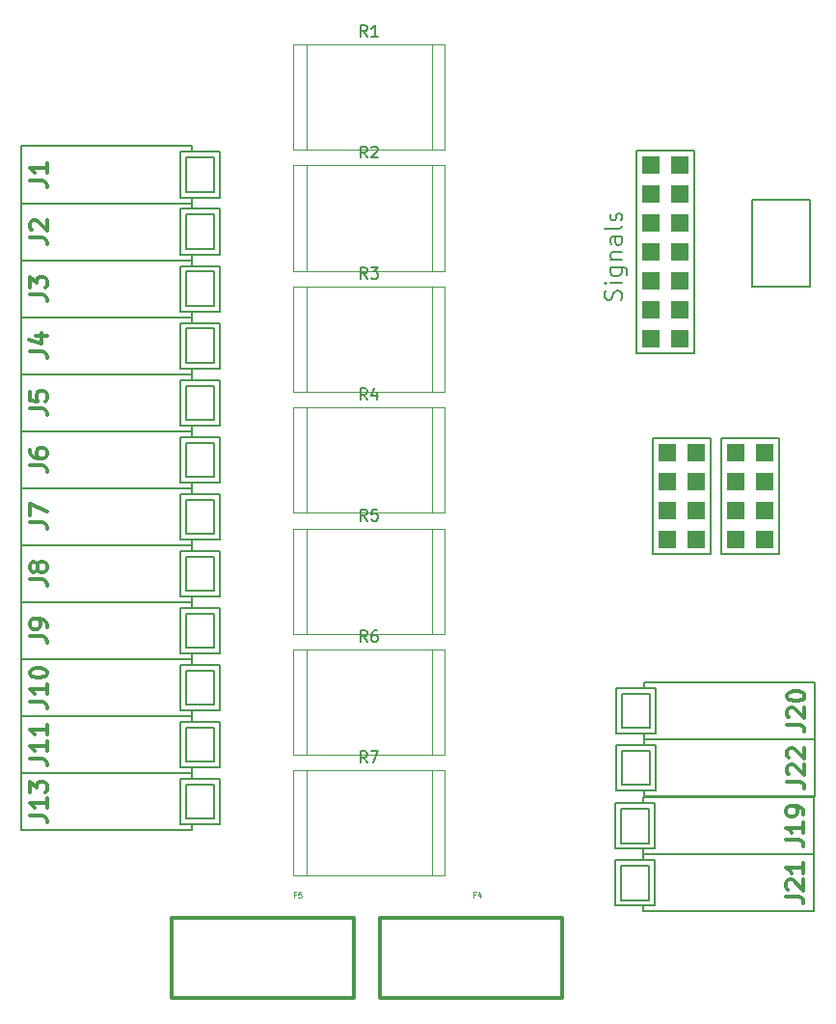
<source format=gbr>
%TF.GenerationSoftware,KiCad,Pcbnew,6.0.11+dfsg-1~bpo11+1*%
%TF.CreationDate,2023-05-28T01:25:56+00:00*%
%TF.ProjectId,ISO11446PWR01,49534f31-3134-4343-9650-575230312e6b,rev?*%
%TF.SameCoordinates,Original*%
%TF.FileFunction,Legend,Top*%
%TF.FilePolarity,Positive*%
%FSLAX46Y46*%
G04 Gerber Fmt 4.6, Leading zero omitted, Abs format (unit mm)*
G04 Created by KiCad (PCBNEW 6.0.11+dfsg-1~bpo11+1) date 2023-05-28 01:25:56*
%MOMM*%
%LPD*%
G01*
G04 APERTURE LIST*
%ADD10C,0.304800*%
%ADD11C,0.150000*%
%ADD12C,0.100000*%
%ADD13C,0.120000*%
%ADD14C,0.300000*%
%ADD15R,1.524000X1.524000*%
G04 APERTURE END LIST*
D10*
%TO.C,J3*%
X6711528Y72686000D02*
X7800100Y72686000D01*
X8017814Y72613429D01*
X8162957Y72468286D01*
X8235528Y72250572D01*
X8235528Y72105429D01*
X6711528Y73266572D02*
X6711528Y74210000D01*
X7292100Y73702000D01*
X7292100Y73919715D01*
X7364671Y74064858D01*
X7437242Y74137429D01*
X7582385Y74210000D01*
X7945242Y74210000D01*
X8090385Y74137429D01*
X8162957Y74064858D01*
X8235528Y73919715D01*
X8235528Y73484286D01*
X8162957Y73339143D01*
X8090385Y73266572D01*
%TO.C,J4*%
X6711528Y67686000D02*
X7800100Y67686000D01*
X8017814Y67613429D01*
X8162957Y67468286D01*
X8235528Y67250572D01*
X8235528Y67105429D01*
X7219528Y69064858D02*
X8235528Y69064858D01*
X6638957Y68702000D02*
X7727528Y68339143D01*
X7727528Y69282572D01*
%TO.C,J21*%
X73145178Y19828286D02*
X74233750Y19828286D01*
X74451464Y19755715D01*
X74596607Y19610572D01*
X74669178Y19392858D01*
X74669178Y19247715D01*
X73290321Y20481429D02*
X73217750Y20554000D01*
X73145178Y20699143D01*
X73145178Y21062000D01*
X73217750Y21207143D01*
X73290321Y21279715D01*
X73435464Y21352286D01*
X73580607Y21352286D01*
X73798321Y21279715D01*
X74669178Y20408858D01*
X74669178Y21352286D01*
X74669178Y22803715D02*
X74669178Y21932858D01*
X74669178Y22368286D02*
X73145178Y22368286D01*
X73362892Y22223143D01*
X73508035Y22078000D01*
X73580607Y21932858D01*
D11*
%TO.C,R5*%
X36333333Y52841908D02*
X36000000Y53318098D01*
X35761904Y52841908D02*
X35761904Y53841908D01*
X36142857Y53841908D01*
X36238095Y53794288D01*
X36285714Y53746669D01*
X36333333Y53651431D01*
X36333333Y53508574D01*
X36285714Y53413336D01*
X36238095Y53365717D01*
X36142857Y53318098D01*
X35761904Y53318098D01*
X37238095Y53841908D02*
X36761904Y53841908D01*
X36714285Y53365717D01*
X36761904Y53413336D01*
X36857142Y53460955D01*
X37095238Y53460955D01*
X37190476Y53413336D01*
X37238095Y53365717D01*
X37285714Y53270479D01*
X37285714Y53032384D01*
X37238095Y52937146D01*
X37190476Y52889527D01*
X37095238Y52841908D01*
X36857142Y52841908D01*
X36761904Y52889527D01*
X36714285Y52937146D01*
D10*
%TO.C,J1*%
X6711528Y82686000D02*
X7800100Y82686000D01*
X8017814Y82613429D01*
X8162957Y82468286D01*
X8235528Y82250572D01*
X8235528Y82105429D01*
X8235528Y84210000D02*
X8235528Y83339143D01*
X8235528Y83774572D02*
X6711528Y83774572D01*
X6929242Y83629429D01*
X7074385Y83484286D01*
X7146957Y83339143D01*
%TO.C,J19*%
X73145178Y24828286D02*
X74233750Y24828286D01*
X74451464Y24755715D01*
X74596607Y24610572D01*
X74669178Y24392858D01*
X74669178Y24247715D01*
X74669178Y26352286D02*
X74669178Y25481429D01*
X74669178Y25916858D02*
X73145178Y25916858D01*
X73362892Y25771715D01*
X73508035Y25626572D01*
X73580607Y25481429D01*
X74669178Y27078000D02*
X74669178Y27368286D01*
X74596607Y27513429D01*
X74524035Y27586000D01*
X74306321Y27731143D01*
X74016035Y27803715D01*
X73435464Y27803715D01*
X73290321Y27731143D01*
X73217750Y27658572D01*
X73145178Y27513429D01*
X73145178Y27223143D01*
X73217750Y27078000D01*
X73290321Y27005429D01*
X73435464Y26932858D01*
X73798321Y26932858D01*
X73943464Y27005429D01*
X74016035Y27078000D01*
X74088607Y27223143D01*
X74088607Y27513429D01*
X74016035Y27658572D01*
X73943464Y27731143D01*
X73798321Y27803715D01*
%TO.C,J7*%
X6711528Y52686000D02*
X7800100Y52686000D01*
X8017814Y52613429D01*
X8162957Y52468286D01*
X8235528Y52250572D01*
X8235528Y52105429D01*
X6711528Y53266572D02*
X6711528Y54282572D01*
X8235528Y53629429D01*
D12*
%TO.C,F5*%
X30060714Y20035715D02*
X29894047Y20035715D01*
X29894047Y19773810D02*
X29894047Y20273810D01*
X30132142Y20273810D01*
X30560714Y20273810D02*
X30322619Y20273810D01*
X30298809Y20035715D01*
X30322619Y20059524D01*
X30370238Y20083334D01*
X30489285Y20083334D01*
X30536904Y20059524D01*
X30560714Y20035715D01*
X30584523Y19988096D01*
X30584523Y19869048D01*
X30560714Y19821429D01*
X30536904Y19797620D01*
X30489285Y19773810D01*
X30370238Y19773810D01*
X30322619Y19797620D01*
X30298809Y19821429D01*
D10*
%TO.C,J13*%
X6711528Y26960286D02*
X7800100Y26960286D01*
X8017814Y26887715D01*
X8162957Y26742572D01*
X8235528Y26524858D01*
X8235528Y26379715D01*
X8235528Y28484286D02*
X8235528Y27613429D01*
X8235528Y28048858D02*
X6711528Y28048858D01*
X6929242Y27903715D01*
X7074385Y27758572D01*
X7146957Y27613429D01*
X6711528Y28992286D02*
X6711528Y29935715D01*
X7292100Y29427715D01*
X7292100Y29645429D01*
X7364671Y29790572D01*
X7437242Y29863143D01*
X7582385Y29935715D01*
X7945242Y29935715D01*
X8090385Y29863143D01*
X8162957Y29790572D01*
X8235528Y29645429D01*
X8235528Y29210000D01*
X8162957Y29064858D01*
X8090385Y28992286D01*
D11*
%TO.C,R2*%
X36333333Y84683692D02*
X36000000Y85159882D01*
X35761904Y84683692D02*
X35761904Y85683692D01*
X36142857Y85683692D01*
X36238095Y85636072D01*
X36285714Y85588453D01*
X36333333Y85493215D01*
X36333333Y85350358D01*
X36285714Y85255120D01*
X36238095Y85207501D01*
X36142857Y85159882D01*
X35761904Y85159882D01*
X36714285Y85588453D02*
X36761904Y85636072D01*
X36857142Y85683692D01*
X37095238Y85683692D01*
X37190476Y85636072D01*
X37238095Y85588453D01*
X37285714Y85493215D01*
X37285714Y85397977D01*
X37238095Y85255120D01*
X36666666Y84683692D01*
X37285714Y84683692D01*
D10*
%TO.C,J22*%
X73224428Y29928286D02*
X74313000Y29928286D01*
X74530714Y29855715D01*
X74675857Y29710572D01*
X74748428Y29492858D01*
X74748428Y29347715D01*
X73369571Y30581429D02*
X73297000Y30654000D01*
X73224428Y30799143D01*
X73224428Y31162000D01*
X73297000Y31307143D01*
X73369571Y31379715D01*
X73514714Y31452286D01*
X73659857Y31452286D01*
X73877571Y31379715D01*
X74748428Y30508858D01*
X74748428Y31452286D01*
X73369571Y32032858D02*
X73297000Y32105429D01*
X73224428Y32250572D01*
X73224428Y32613429D01*
X73297000Y32758572D01*
X73369571Y32831143D01*
X73514714Y32903715D01*
X73659857Y32903715D01*
X73877571Y32831143D01*
X74748428Y31960286D01*
X74748428Y32903715D01*
D11*
%TO.C,J15*%
X58607142Y72178572D02*
X58678571Y72392858D01*
X58678571Y72750000D01*
X58607142Y72892858D01*
X58535714Y72964286D01*
X58392857Y73035715D01*
X58250000Y73035715D01*
X58107142Y72964286D01*
X58035714Y72892858D01*
X57964285Y72750000D01*
X57892857Y72464286D01*
X57821428Y72321429D01*
X57750000Y72250000D01*
X57607142Y72178572D01*
X57464285Y72178572D01*
X57321428Y72250000D01*
X57250000Y72321429D01*
X57178571Y72464286D01*
X57178571Y72821429D01*
X57250000Y73035715D01*
X58678571Y73678572D02*
X57678571Y73678572D01*
X57178571Y73678572D02*
X57250000Y73607143D01*
X57321428Y73678572D01*
X57250000Y73750000D01*
X57178571Y73678572D01*
X57321428Y73678572D01*
X57678571Y75035715D02*
X58892857Y75035715D01*
X59035714Y74964286D01*
X59107142Y74892858D01*
X59178571Y74750000D01*
X59178571Y74535715D01*
X59107142Y74392858D01*
X58607142Y75035715D02*
X58678571Y74892858D01*
X58678571Y74607143D01*
X58607142Y74464286D01*
X58535714Y74392858D01*
X58392857Y74321429D01*
X57964285Y74321429D01*
X57821428Y74392858D01*
X57750000Y74464286D01*
X57678571Y74607143D01*
X57678571Y74892858D01*
X57750000Y75035715D01*
X57678571Y75750000D02*
X58678571Y75750000D01*
X57821428Y75750000D02*
X57750000Y75821429D01*
X57678571Y75964286D01*
X57678571Y76178572D01*
X57750000Y76321429D01*
X57892857Y76392858D01*
X58678571Y76392858D01*
X58678571Y77750000D02*
X57892857Y77750000D01*
X57750000Y77678572D01*
X57678571Y77535715D01*
X57678571Y77250000D01*
X57750000Y77107143D01*
X58607142Y77750000D02*
X58678571Y77607143D01*
X58678571Y77250000D01*
X58607142Y77107143D01*
X58464285Y77035715D01*
X58321428Y77035715D01*
X58178571Y77107143D01*
X58107142Y77250000D01*
X58107142Y77607143D01*
X58035714Y77750000D01*
X58678571Y78678572D02*
X58607142Y78535715D01*
X58464285Y78464286D01*
X57178571Y78464286D01*
X58607142Y79178572D02*
X58678571Y79321429D01*
X58678571Y79607143D01*
X58607142Y79750000D01*
X58464285Y79821429D01*
X58392857Y79821429D01*
X58250000Y79750000D01*
X58178571Y79607143D01*
X58178571Y79392858D01*
X58107142Y79250000D01*
X57964285Y79178572D01*
X57892857Y79178572D01*
X57750000Y79250000D01*
X57678571Y79392858D01*
X57678571Y79607143D01*
X57750000Y79750000D01*
D10*
%TO.C,J5*%
X6711528Y62686000D02*
X7800100Y62686000D01*
X8017814Y62613429D01*
X8162957Y62468286D01*
X8235528Y62250572D01*
X8235528Y62105429D01*
X6711528Y64137429D02*
X6711528Y63411715D01*
X7437242Y63339143D01*
X7364671Y63411715D01*
X7292100Y63556858D01*
X7292100Y63919715D01*
X7364671Y64064858D01*
X7437242Y64137429D01*
X7582385Y64210000D01*
X7945242Y64210000D01*
X8090385Y64137429D01*
X8162957Y64064858D01*
X8235528Y63919715D01*
X8235528Y63556858D01*
X8162957Y63411715D01*
X8090385Y63339143D01*
%TO.C,J9*%
X6711528Y42686000D02*
X7800100Y42686000D01*
X8017814Y42613429D01*
X8162957Y42468286D01*
X8235528Y42250572D01*
X8235528Y42105429D01*
X8235528Y43484286D02*
X8235528Y43774572D01*
X8162957Y43919715D01*
X8090385Y43992286D01*
X7872671Y44137429D01*
X7582385Y44210000D01*
X7001814Y44210000D01*
X6856671Y44137429D01*
X6784100Y44064858D01*
X6711528Y43919715D01*
X6711528Y43629429D01*
X6784100Y43484286D01*
X6856671Y43411715D01*
X7001814Y43339143D01*
X7364671Y43339143D01*
X7509814Y43411715D01*
X7582385Y43484286D01*
X7654957Y43629429D01*
X7654957Y43919715D01*
X7582385Y44064858D01*
X7509814Y44137429D01*
X7364671Y44210000D01*
D11*
%TO.C,R6*%
X36333333Y42227980D02*
X36000000Y42704170D01*
X35761904Y42227980D02*
X35761904Y43227980D01*
X36142857Y43227980D01*
X36238095Y43180360D01*
X36285714Y43132741D01*
X36333333Y43037503D01*
X36333333Y42894646D01*
X36285714Y42799408D01*
X36238095Y42751789D01*
X36142857Y42704170D01*
X35761904Y42704170D01*
X37190476Y43227980D02*
X37000000Y43227980D01*
X36904761Y43180360D01*
X36857142Y43132741D01*
X36761904Y42989884D01*
X36714285Y42799408D01*
X36714285Y42418456D01*
X36761904Y42323218D01*
X36809523Y42275599D01*
X36904761Y42227980D01*
X37095238Y42227980D01*
X37190476Y42275599D01*
X37238095Y42323218D01*
X37285714Y42418456D01*
X37285714Y42656551D01*
X37238095Y42751789D01*
X37190476Y42799408D01*
X37095238Y42847027D01*
X36904761Y42847027D01*
X36809523Y42799408D01*
X36761904Y42751789D01*
X36714285Y42656551D01*
D10*
%TO.C,J20*%
X73224428Y34928286D02*
X74313000Y34928286D01*
X74530714Y34855715D01*
X74675857Y34710572D01*
X74748428Y34492858D01*
X74748428Y34347715D01*
X73369571Y35581429D02*
X73297000Y35654000D01*
X73224428Y35799143D01*
X73224428Y36162000D01*
X73297000Y36307143D01*
X73369571Y36379715D01*
X73514714Y36452286D01*
X73659857Y36452286D01*
X73877571Y36379715D01*
X74748428Y35508858D01*
X74748428Y36452286D01*
X73224428Y37395715D02*
X73224428Y37540858D01*
X73297000Y37686000D01*
X73369571Y37758572D01*
X73514714Y37831143D01*
X73805000Y37903715D01*
X74167857Y37903715D01*
X74458142Y37831143D01*
X74603285Y37758572D01*
X74675857Y37686000D01*
X74748428Y37540858D01*
X74748428Y37395715D01*
X74675857Y37250572D01*
X74603285Y37178000D01*
X74458142Y37105429D01*
X74167857Y37032858D01*
X73805000Y37032858D01*
X73514714Y37105429D01*
X73369571Y37178000D01*
X73297000Y37250572D01*
X73224428Y37395715D01*
D11*
%TO.C,R1*%
X36333333Y95297620D02*
X36000000Y95773810D01*
X35761904Y95297620D02*
X35761904Y96297620D01*
X36142857Y96297620D01*
X36238095Y96250000D01*
X36285714Y96202381D01*
X36333333Y96107143D01*
X36333333Y95964286D01*
X36285714Y95869048D01*
X36238095Y95821429D01*
X36142857Y95773810D01*
X35761904Y95773810D01*
X37285714Y95297620D02*
X36714285Y95297620D01*
X37000000Y95297620D02*
X37000000Y96297620D01*
X36904761Y96154762D01*
X36809523Y96059524D01*
X36714285Y96011905D01*
D10*
%TO.C,J10*%
X6711528Y36960286D02*
X7800100Y36960286D01*
X8017814Y36887715D01*
X8162957Y36742572D01*
X8235528Y36524858D01*
X8235528Y36379715D01*
X8235528Y38484286D02*
X8235528Y37613429D01*
X8235528Y38048858D02*
X6711528Y38048858D01*
X6929242Y37903715D01*
X7074385Y37758572D01*
X7146957Y37613429D01*
X6711528Y39427715D02*
X6711528Y39572858D01*
X6784100Y39718000D01*
X6856671Y39790572D01*
X7001814Y39863143D01*
X7292100Y39935715D01*
X7654957Y39935715D01*
X7945242Y39863143D01*
X8090385Y39790572D01*
X8162957Y39718000D01*
X8235528Y39572858D01*
X8235528Y39427715D01*
X8162957Y39282572D01*
X8090385Y39210000D01*
X7945242Y39137429D01*
X7654957Y39064858D01*
X7292100Y39064858D01*
X7001814Y39137429D01*
X6856671Y39210000D01*
X6784100Y39282572D01*
X6711528Y39427715D01*
%TO.C,J2*%
X6711528Y77686000D02*
X7800100Y77686000D01*
X8017814Y77613429D01*
X8162957Y77468286D01*
X8235528Y77250572D01*
X8235528Y77105429D01*
X6856671Y78339143D02*
X6784100Y78411715D01*
X6711528Y78556858D01*
X6711528Y78919715D01*
X6784100Y79064858D01*
X6856671Y79137429D01*
X7001814Y79210000D01*
X7146957Y79210000D01*
X7364671Y79137429D01*
X8235528Y78266572D01*
X8235528Y79210000D01*
D12*
%TO.C,F4*%
X45833333Y20035715D02*
X45666666Y20035715D01*
X45666666Y19773810D02*
X45666666Y20273810D01*
X45904761Y20273810D01*
X46309523Y20107143D02*
X46309523Y19773810D01*
X46190476Y20297620D02*
X46071428Y19940477D01*
X46380952Y19940477D01*
D11*
%TO.C,R3*%
X36333333Y74069764D02*
X36000000Y74545954D01*
X35761904Y74069764D02*
X35761904Y75069764D01*
X36142857Y75069764D01*
X36238095Y75022144D01*
X36285714Y74974525D01*
X36333333Y74879287D01*
X36333333Y74736430D01*
X36285714Y74641192D01*
X36238095Y74593573D01*
X36142857Y74545954D01*
X35761904Y74545954D01*
X36666666Y75069764D02*
X37285714Y75069764D01*
X36952380Y74688811D01*
X37095238Y74688811D01*
X37190476Y74641192D01*
X37238095Y74593573D01*
X37285714Y74498335D01*
X37285714Y74260240D01*
X37238095Y74165002D01*
X37190476Y74117383D01*
X37095238Y74069764D01*
X36809523Y74069764D01*
X36714285Y74117383D01*
X36666666Y74165002D01*
%TO.C,R7*%
X36333333Y31614052D02*
X36000000Y32090242D01*
X35761904Y31614052D02*
X35761904Y32614052D01*
X36142857Y32614052D01*
X36238095Y32566432D01*
X36285714Y32518813D01*
X36333333Y32423575D01*
X36333333Y32280718D01*
X36285714Y32185480D01*
X36238095Y32137861D01*
X36142857Y32090242D01*
X35761904Y32090242D01*
X36666666Y32614052D02*
X37333333Y32614052D01*
X36904761Y31614052D01*
D10*
%TO.C,J6*%
X6711528Y57686000D02*
X7800100Y57686000D01*
X8017814Y57613429D01*
X8162957Y57468286D01*
X8235528Y57250572D01*
X8235528Y57105429D01*
X6711528Y59064858D02*
X6711528Y58774572D01*
X6784100Y58629429D01*
X6856671Y58556858D01*
X7074385Y58411715D01*
X7364671Y58339143D01*
X7945242Y58339143D01*
X8090385Y58411715D01*
X8162957Y58484286D01*
X8235528Y58629429D01*
X8235528Y58919715D01*
X8162957Y59064858D01*
X8090385Y59137429D01*
X7945242Y59210000D01*
X7582385Y59210000D01*
X7437242Y59137429D01*
X7364671Y59064858D01*
X7292100Y58919715D01*
X7292100Y58629429D01*
X7364671Y58484286D01*
X7437242Y58411715D01*
X7582385Y58339143D01*
%TO.C,J11*%
X6711528Y31960286D02*
X7800100Y31960286D01*
X8017814Y31887715D01*
X8162957Y31742572D01*
X8235528Y31524858D01*
X8235528Y31379715D01*
X8235528Y33484286D02*
X8235528Y32613429D01*
X8235528Y33048858D02*
X6711528Y33048858D01*
X6929242Y32903715D01*
X7074385Y32758572D01*
X7146957Y32613429D01*
X8235528Y34935715D02*
X8235528Y34064858D01*
X8235528Y34500286D02*
X6711528Y34500286D01*
X6929242Y34355143D01*
X7074385Y34210000D01*
X7146957Y34064858D01*
D11*
%TO.C,R4*%
X36333333Y63455836D02*
X36000000Y63932026D01*
X35761904Y63455836D02*
X35761904Y64455836D01*
X36142857Y64455836D01*
X36238095Y64408216D01*
X36285714Y64360597D01*
X36333333Y64265359D01*
X36333333Y64122502D01*
X36285714Y64027264D01*
X36238095Y63979645D01*
X36142857Y63932026D01*
X35761904Y63932026D01*
X37190476Y64122502D02*
X37190476Y63455836D01*
X36952380Y64503455D02*
X36714285Y63789169D01*
X37333333Y63789169D01*
D10*
%TO.C,J8*%
X6711528Y47686000D02*
X7800100Y47686000D01*
X8017814Y47613429D01*
X8162957Y47468286D01*
X8235528Y47250572D01*
X8235528Y47105429D01*
X7364671Y48629429D02*
X7292100Y48484286D01*
X7219528Y48411715D01*
X7074385Y48339143D01*
X7001814Y48339143D01*
X6856671Y48411715D01*
X6784100Y48484286D01*
X6711528Y48629429D01*
X6711528Y48919715D01*
X6784100Y49064858D01*
X6856671Y49137429D01*
X7001814Y49210000D01*
X7074385Y49210000D01*
X7219528Y49137429D01*
X7292100Y49064858D01*
X7364671Y48919715D01*
X7364671Y48629429D01*
X7437242Y48484286D01*
X7509814Y48411715D01*
X7654957Y48339143D01*
X7945242Y48339143D01*
X8090385Y48411715D01*
X8162957Y48484286D01*
X8235528Y48629429D01*
X8235528Y48919715D01*
X8162957Y49064858D01*
X8090385Y49137429D01*
X7945242Y49210000D01*
X7654957Y49210000D01*
X7509814Y49137429D01*
X7437242Y49064858D01*
X7364671Y48919715D01*
D11*
%TO.C,J3*%
X20428200Y71693000D02*
X20428200Y74695000D01*
X20928100Y75194000D02*
X20928100Y75694000D01*
X5928100Y70693900D02*
X5928100Y75694100D01*
X20928100Y70694000D02*
X20928100Y71194000D01*
X19928100Y75194000D02*
X23429100Y75194000D01*
X14928100Y75694000D02*
X20928100Y75694000D01*
X23428200Y75194000D02*
X23428200Y71194000D01*
X20428200Y74694000D02*
X22928100Y74694000D01*
X14928100Y70694000D02*
X20928100Y70694000D01*
X20428200Y71694000D02*
X22928100Y71694000D01*
X5928100Y75694000D02*
X14928100Y75694000D01*
X14928100Y70694000D02*
X5928100Y70694000D01*
X19928100Y71194000D02*
X23428200Y71194000D01*
X22928100Y71693000D02*
X22928100Y74695000D01*
X19928100Y75194000D02*
X19928100Y71194000D01*
%TO.C,J4*%
X5928100Y70694000D02*
X14928100Y70694000D01*
X22928100Y66693000D02*
X22928100Y69695000D01*
X19928100Y70194000D02*
X23429100Y70194000D01*
X20428200Y69694000D02*
X22928100Y69694000D01*
X19928100Y66194000D02*
X23428200Y66194000D01*
X14928100Y65694000D02*
X5928100Y65694000D01*
X20428200Y66694000D02*
X22928100Y66694000D01*
X5928100Y65693900D02*
X5928100Y70694100D01*
X20928100Y70194000D02*
X20928100Y70694000D01*
X20928100Y65694000D02*
X20928100Y66194000D01*
X20428200Y66693000D02*
X20428200Y69695000D01*
X19928100Y70194000D02*
X19928100Y66194000D01*
X14928100Y70694000D02*
X20928100Y70694000D01*
X14928100Y65694000D02*
X20928100Y65694000D01*
X23428200Y70194000D02*
X23428200Y66194000D01*
%TO.C,J21*%
X58597750Y22563000D02*
X58597750Y19561000D01*
X66597750Y18562000D02*
X60597750Y18562000D01*
X58097650Y19062000D02*
X58097650Y23062000D01*
X66597750Y23562000D02*
X60597750Y23562000D01*
X61597750Y19062000D02*
X61597750Y23062000D01*
X61597750Y19062000D02*
X58096750Y19062000D01*
X61097650Y22562000D02*
X58597750Y22562000D01*
X75597750Y23562100D02*
X75597750Y18561900D01*
X75597750Y18562000D02*
X66597750Y18562000D01*
X60597750Y19062000D02*
X60597750Y18562000D01*
X60597750Y23562000D02*
X60597750Y23062000D01*
X61097650Y19562000D02*
X58597750Y19562000D01*
X66597750Y23562000D02*
X75597750Y23562000D01*
X61597750Y23062000D02*
X58097650Y23062000D01*
X61097650Y22563000D02*
X61097650Y19561000D01*
D13*
%TO.C,R5*%
X29880000Y52164288D02*
X29880000Y42924288D01*
X29880000Y52164288D02*
X43120000Y52164288D01*
X43120000Y52164288D02*
X43120000Y42924288D01*
X31000000Y52164288D02*
X31000000Y42924288D01*
X42000000Y52164288D02*
X42000000Y42924288D01*
X29880000Y42924288D02*
X43120000Y42924288D01*
D11*
%TO.C,J1*%
X23428200Y85194000D02*
X23428200Y81194000D01*
X20928100Y85194000D02*
X20928100Y85694000D01*
X22928100Y81693000D02*
X22928100Y84695000D01*
X19928100Y81194000D02*
X23428200Y81194000D01*
X14928100Y80694000D02*
X20928100Y80694000D01*
X20428200Y81694000D02*
X22928100Y81694000D01*
X5928100Y80693900D02*
X5928100Y85694100D01*
X20428200Y81693000D02*
X20428200Y84695000D01*
X19928100Y85194000D02*
X19928100Y81194000D01*
X5928100Y85694000D02*
X14928100Y85694000D01*
X20428200Y84694000D02*
X22928100Y84694000D01*
X14928100Y85694000D02*
X20928100Y85694000D01*
X14928100Y80694000D02*
X5928100Y80694000D01*
X19928100Y85194000D02*
X23429100Y85194000D01*
X20928100Y80694000D02*
X20928100Y81194000D01*
%TO.C,J19*%
X61097650Y24562000D02*
X58597750Y24562000D01*
X75597750Y28562100D02*
X75597750Y23561900D01*
X60597750Y28562000D02*
X60597750Y28062000D01*
X61597750Y28062000D02*
X58097650Y28062000D01*
X61597750Y24062000D02*
X61597750Y28062000D01*
X75597750Y23562000D02*
X66597750Y23562000D01*
X61597750Y24062000D02*
X58096750Y24062000D01*
X61097650Y27563000D02*
X61097650Y24561000D01*
X66597750Y28562000D02*
X60597750Y28562000D01*
X58597750Y27563000D02*
X58597750Y24561000D01*
X66597750Y28562000D02*
X75597750Y28562000D01*
X66597750Y23562000D02*
X60597750Y23562000D01*
X61097650Y27562000D02*
X58597750Y27562000D01*
X58097650Y24062000D02*
X58097650Y28062000D01*
X60597750Y24062000D02*
X60597750Y23562000D01*
%TO.C,J7*%
X20428200Y54694000D02*
X22928100Y54694000D01*
X14928100Y50694000D02*
X5928100Y50694000D01*
X5928100Y55694000D02*
X14928100Y55694000D01*
X19928100Y55194000D02*
X23429100Y55194000D01*
X20428200Y51694000D02*
X22928100Y51694000D01*
X19928100Y55194000D02*
X19928100Y51194000D01*
X5928100Y50693900D02*
X5928100Y55694100D01*
X22928100Y51693000D02*
X22928100Y54695000D01*
X20928100Y55194000D02*
X20928100Y55694000D01*
X20928100Y50694000D02*
X20928100Y51194000D01*
X19928100Y51194000D02*
X23428200Y51194000D01*
X14928100Y55694000D02*
X20928100Y55694000D01*
X14928100Y50694000D02*
X20928100Y50694000D01*
X23428200Y55194000D02*
X23428200Y51194000D01*
X20428200Y51693000D02*
X20428200Y54695000D01*
D14*
%TO.C,F5*%
X35178000Y10978000D02*
X35178000Y17978000D01*
X19178000Y10978000D02*
X35178000Y10978000D01*
X19178000Y17978000D02*
X19178000Y10978000D01*
X35178000Y17978000D02*
X19178000Y17978000D01*
D11*
%TO.C,J13*%
X14928100Y25694000D02*
X20928100Y25694000D01*
X5928100Y30694000D02*
X14928100Y30694000D01*
X20428200Y29694000D02*
X22928100Y29694000D01*
X20928100Y30194000D02*
X20928100Y30694000D01*
X20428200Y26694000D02*
X22928100Y26694000D01*
X22928100Y26693000D02*
X22928100Y29695000D01*
X19928100Y30194000D02*
X19928100Y26194000D01*
X19928100Y30194000D02*
X23429100Y30194000D01*
X20428200Y26693000D02*
X20428200Y29695000D01*
X14928100Y30694000D02*
X20928100Y30694000D01*
X20928100Y25694000D02*
X20928100Y26194000D01*
X23428200Y30194000D02*
X23428200Y26194000D01*
X19928100Y26194000D02*
X23428200Y26194000D01*
X14928100Y25694000D02*
X5928100Y25694000D01*
X5928100Y25693900D02*
X5928100Y30694100D01*
D13*
%TO.C,R2*%
X31000000Y84006072D02*
X31000000Y74766072D01*
X29880000Y84006072D02*
X43120000Y84006072D01*
X42000000Y84006072D02*
X42000000Y74766072D01*
X29880000Y84006072D02*
X29880000Y74766072D01*
X43120000Y84006072D02*
X43120000Y74766072D01*
X29880000Y74766072D02*
X43120000Y74766072D01*
D11*
%TO.C,J22*%
X58176900Y29162000D02*
X58176900Y33162000D01*
X58677000Y32663000D02*
X58677000Y29661000D01*
X66677000Y28662000D02*
X60677000Y28662000D01*
X61176900Y32663000D02*
X61176900Y29661000D01*
X61677000Y33162000D02*
X58176900Y33162000D01*
X61677000Y29162000D02*
X58176000Y29162000D01*
X66677000Y33662000D02*
X75677000Y33662000D01*
X75677000Y33662100D02*
X75677000Y28661900D01*
X60677000Y33662000D02*
X60677000Y33162000D01*
X60677000Y29162000D02*
X60677000Y28662000D01*
X61176900Y32662000D02*
X58677000Y32662000D01*
X61176900Y29662000D02*
X58677000Y29662000D01*
X61677000Y29162000D02*
X61677000Y33162000D01*
X66677000Y33662000D02*
X60677000Y33662000D01*
X75677000Y28662000D02*
X66677000Y28662000D01*
%TO.C,J15*%
X59944000Y85344000D02*
X65024000Y85344000D01*
X65024000Y85344000D02*
X65024000Y67564000D01*
X65024000Y67564000D02*
X59944000Y67564000D01*
X59944000Y67564000D02*
X59944000Y85344000D01*
%TO.C,J5*%
X14928100Y60694000D02*
X5928100Y60694000D01*
X20428200Y61693000D02*
X20428200Y64695000D01*
X20428200Y64694000D02*
X22928100Y64694000D01*
X20928100Y60694000D02*
X20928100Y61194000D01*
X5928100Y65694000D02*
X14928100Y65694000D01*
X19928100Y65194000D02*
X23429100Y65194000D01*
X14928100Y65694000D02*
X20928100Y65694000D01*
X14928100Y60694000D02*
X20928100Y60694000D01*
X22928100Y61693000D02*
X22928100Y64695000D01*
X5928100Y60693900D02*
X5928100Y65694100D01*
X20928100Y65194000D02*
X20928100Y65694000D01*
X23428200Y65194000D02*
X23428200Y61194000D01*
X19928100Y61194000D02*
X23428200Y61194000D01*
X20428200Y61694000D02*
X22928100Y61694000D01*
X19928100Y65194000D02*
X19928100Y61194000D01*
%TO.C,J9*%
X20928100Y45194000D02*
X20928100Y45694000D01*
X19928100Y45194000D02*
X19928100Y41194000D01*
X23428200Y45194000D02*
X23428200Y41194000D01*
X20428200Y44694000D02*
X22928100Y44694000D01*
X22928100Y41693000D02*
X22928100Y44695000D01*
X5928100Y45694000D02*
X14928100Y45694000D01*
X20428200Y41693000D02*
X20428200Y44695000D01*
X14928100Y45694000D02*
X20928100Y45694000D01*
X19928100Y45194000D02*
X23429100Y45194000D01*
X14928100Y40694000D02*
X20928100Y40694000D01*
X20428200Y41694000D02*
X22928100Y41694000D01*
X19928100Y41194000D02*
X23428200Y41194000D01*
X5928100Y40693900D02*
X5928100Y45694100D01*
X14928100Y40694000D02*
X5928100Y40694000D01*
X20928100Y40694000D02*
X20928100Y41194000D01*
D13*
%TO.C,R6*%
X42000000Y41550360D02*
X42000000Y32310360D01*
X31000000Y41550360D02*
X31000000Y32310360D01*
X29880000Y32310360D02*
X43120000Y32310360D01*
X29880000Y41550360D02*
X43120000Y41550360D01*
X29880000Y41550360D02*
X29880000Y32310360D01*
X43120000Y41550360D02*
X43120000Y32310360D01*
D11*
%TO.C,J20*%
X60677000Y38662000D02*
X60677000Y38162000D01*
X66677000Y38662000D02*
X75677000Y38662000D01*
X66677000Y33662000D02*
X60677000Y33662000D01*
X66677000Y38662000D02*
X60677000Y38662000D01*
X75677000Y38662100D02*
X75677000Y33661900D01*
X61176900Y37662000D02*
X58677000Y37662000D01*
X61677000Y38162000D02*
X58176900Y38162000D01*
X75677000Y33662000D02*
X66677000Y33662000D01*
X61677000Y34162000D02*
X58176000Y34162000D01*
X61176900Y37663000D02*
X61176900Y34661000D01*
X58176900Y34162000D02*
X58176900Y38162000D01*
X60677000Y34162000D02*
X60677000Y33662000D01*
X61677000Y34162000D02*
X61677000Y38162000D01*
X61176900Y34662000D02*
X58677000Y34662000D01*
X58677000Y37663000D02*
X58677000Y34661000D01*
D13*
%TO.C,R1*%
X42000000Y94620000D02*
X42000000Y85380000D01*
X29880000Y85380000D02*
X43120000Y85380000D01*
X29880000Y94620000D02*
X43120000Y94620000D01*
X29880000Y94620000D02*
X29880000Y85380000D01*
X31000000Y94620000D02*
X31000000Y85380000D01*
X43120000Y94620000D02*
X43120000Y85380000D01*
D11*
%TO.C,J10*%
X22928100Y36693000D02*
X22928100Y39695000D01*
X20928100Y35694000D02*
X20928100Y36194000D01*
X20428200Y39694000D02*
X22928100Y39694000D01*
X20428200Y36693000D02*
X20428200Y39695000D01*
X19928100Y40194000D02*
X23429100Y40194000D01*
X5928100Y35693900D02*
X5928100Y40694100D01*
X5928100Y40694000D02*
X14928100Y40694000D01*
X19928100Y40194000D02*
X19928100Y36194000D01*
X14928100Y35694000D02*
X20928100Y35694000D01*
X20928100Y40194000D02*
X20928100Y40694000D01*
X20428200Y36694000D02*
X22928100Y36694000D01*
X14928100Y40694000D02*
X20928100Y40694000D01*
X19928100Y36194000D02*
X23428200Y36194000D01*
X14928100Y35694000D02*
X5928100Y35694000D01*
X23428200Y40194000D02*
X23428200Y36194000D01*
%TO.C,J2*%
X5928100Y75693900D02*
X5928100Y80694100D01*
X14928100Y75694000D02*
X5928100Y75694000D01*
X23428200Y80194000D02*
X23428200Y76194000D01*
X19928100Y80194000D02*
X19928100Y76194000D01*
X20428200Y76694000D02*
X22928100Y76694000D01*
X20428200Y79694000D02*
X22928100Y79694000D01*
X19928100Y76194000D02*
X23428200Y76194000D01*
X20928100Y75694000D02*
X20928100Y76194000D01*
X19928100Y80194000D02*
X23429100Y80194000D01*
X14928100Y75694000D02*
X20928100Y75694000D01*
X20928100Y80194000D02*
X20928100Y80694000D01*
X14928100Y80694000D02*
X20928100Y80694000D01*
X20428200Y76693000D02*
X20428200Y79695000D01*
X5928100Y80694000D02*
X14928100Y80694000D01*
X22928100Y76693000D02*
X22928100Y79695000D01*
D14*
%TO.C,F4*%
X37466000Y10978000D02*
X53466000Y10978000D01*
X53466000Y10978000D02*
X53466000Y17978000D01*
X37466000Y17978000D02*
X37466000Y10978000D01*
X53466000Y17978000D02*
X37466000Y17978000D01*
D13*
%TO.C,R3*%
X43120000Y73392144D02*
X43120000Y64152144D01*
X29880000Y73392144D02*
X29880000Y64152144D01*
X29880000Y64152144D02*
X43120000Y64152144D01*
X31000000Y73392144D02*
X31000000Y64152144D01*
X29880000Y73392144D02*
X43120000Y73392144D01*
X42000000Y73392144D02*
X42000000Y64152144D01*
D11*
%TO.C,J16*%
X72540000Y60080000D02*
X72540000Y49920000D01*
X72540000Y49920000D02*
X67460000Y49920000D01*
X67460000Y60080000D02*
X72540000Y60080000D01*
X67460000Y49920000D02*
X67460000Y60080000D01*
D13*
%TO.C,R7*%
X29880000Y30936432D02*
X29880000Y21696432D01*
X31000000Y30936432D02*
X31000000Y21696432D01*
X29880000Y30936432D02*
X43120000Y30936432D01*
X29880000Y21696432D02*
X43120000Y21696432D01*
X42000000Y30936432D02*
X42000000Y21696432D01*
X43120000Y30936432D02*
X43120000Y21696432D01*
D11*
%TO.C,J6*%
X20928100Y55694000D02*
X20928100Y56194000D01*
X19928100Y56194000D02*
X23428200Y56194000D01*
X19928100Y60194000D02*
X19928100Y56194000D01*
X19928100Y60194000D02*
X23429100Y60194000D01*
X20928100Y60194000D02*
X20928100Y60694000D01*
X14928100Y60694000D02*
X20928100Y60694000D01*
X22928100Y56693000D02*
X22928100Y59695000D01*
X5928100Y60694000D02*
X14928100Y60694000D01*
X20428200Y56694000D02*
X22928100Y56694000D01*
X5928100Y55693900D02*
X5928100Y60694100D01*
X14928100Y55694000D02*
X20928100Y55694000D01*
X23428200Y60194000D02*
X23428200Y56194000D01*
X20428200Y56693000D02*
X20428200Y59695000D01*
X14928100Y55694000D02*
X5928100Y55694000D01*
X20428200Y59694000D02*
X22928100Y59694000D01*
%TO.C,J18*%
X61460000Y60080000D02*
X66540000Y60080000D01*
X61460000Y49920000D02*
X61460000Y60080000D01*
X66540000Y49920000D02*
X61460000Y49920000D01*
X66540000Y60080000D02*
X66540000Y49920000D01*
%TO.C,J11*%
X19928100Y31194000D02*
X23428200Y31194000D01*
X5928100Y35694000D02*
X14928100Y35694000D01*
X5928100Y30693900D02*
X5928100Y35694100D01*
X20428200Y31694000D02*
X22928100Y31694000D01*
X14928100Y30694000D02*
X5928100Y30694000D01*
X14928100Y30694000D02*
X20928100Y30694000D01*
X20428200Y34694000D02*
X22928100Y34694000D01*
X19928100Y35194000D02*
X19928100Y31194000D01*
X20928100Y35194000D02*
X20928100Y35694000D01*
X14928100Y35694000D02*
X20928100Y35694000D01*
X20928100Y30694000D02*
X20928100Y31194000D01*
X22928100Y31693000D02*
X22928100Y34695000D01*
X19928100Y35194000D02*
X23429100Y35194000D01*
X23428200Y35194000D02*
X23428200Y31194000D01*
X20428200Y31693000D02*
X20428200Y34695000D01*
D13*
%TO.C,R4*%
X43120000Y62778216D02*
X43120000Y53538216D01*
X29880000Y53538216D02*
X43120000Y53538216D01*
X31000000Y62778216D02*
X31000000Y53538216D01*
X29880000Y62778216D02*
X43120000Y62778216D01*
X42000000Y62778216D02*
X42000000Y53538216D01*
X29880000Y62778216D02*
X29880000Y53538216D01*
D11*
%TO.C,J8*%
X19928100Y50194000D02*
X19928100Y46194000D01*
X14928100Y45694000D02*
X20928100Y45694000D01*
X20928100Y50194000D02*
X20928100Y50694000D01*
X20428200Y46693000D02*
X20428200Y49695000D01*
X23428200Y50194000D02*
X23428200Y46194000D01*
X5928100Y45693900D02*
X5928100Y50694100D01*
X20428200Y46694000D02*
X22928100Y46694000D01*
X5928100Y50694000D02*
X14928100Y50694000D01*
X19928100Y46194000D02*
X23428200Y46194000D01*
X20928100Y45694000D02*
X20928100Y46194000D01*
X14928100Y50694000D02*
X20928100Y50694000D01*
X22928100Y46693000D02*
X22928100Y49695000D01*
X14928100Y45694000D02*
X5928100Y45694000D01*
X20428200Y49694000D02*
X22928100Y49694000D01*
X19928100Y50194000D02*
X23429100Y50194000D01*
%TO.C,J14*%
X75184000Y81026000D02*
X75184000Y73406000D01*
X70104000Y81026000D02*
X75184000Y81026000D01*
X75184000Y73406000D02*
X70104000Y73406000D01*
X70104000Y73406000D02*
X70104000Y81026000D01*
%TD*%
D15*
%TO.C,J15*%
X61214000Y84074000D03*
X63754000Y84074000D03*
X61214000Y81534000D03*
X63754000Y81534000D03*
X61214000Y78994000D03*
X63754000Y78994000D03*
X61214000Y76454000D03*
X63754000Y76454000D03*
X61214000Y73914000D03*
X63754000Y73914000D03*
X61214000Y71374000D03*
X63754000Y71374000D03*
X61214000Y68834000D03*
X63754000Y68834000D03*
%TD*%
%TO.C,J16*%
X68730000Y58810000D03*
X71270000Y58810000D03*
X68730000Y56270000D03*
X71270000Y56270000D03*
X68730000Y53730000D03*
X71270000Y53730000D03*
X68730000Y51190000D03*
X71270000Y51190000D03*
%TD*%
%TO.C,J18*%
X62730000Y58810000D03*
X65270000Y58810000D03*
X62730000Y56270000D03*
X65270000Y56270000D03*
X62730000Y53730000D03*
X65270000Y53730000D03*
X62730000Y51190000D03*
X65270000Y51190000D03*
%TD*%
M02*

</source>
